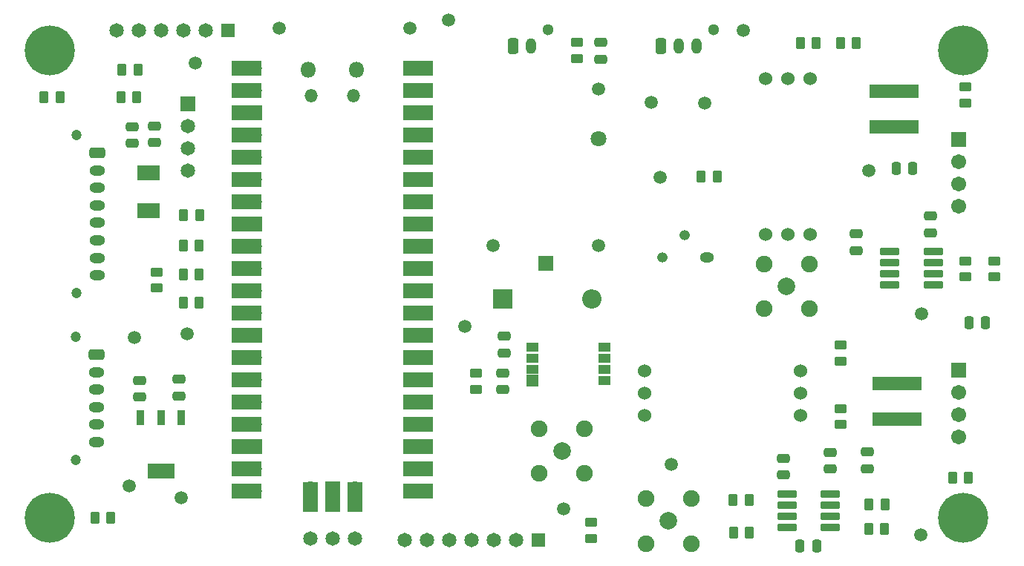
<source format=gbr>
%TF.GenerationSoftware,KiCad,Pcbnew,7.0.10*%
%TF.CreationDate,2024-03-29T22:24:31-04:00*%
%TF.ProjectId,WaveWise_Submersible,57617665-5769-4736-955f-5375626d6572,rev?*%
%TF.SameCoordinates,Original*%
%TF.FileFunction,Soldermask,Top*%
%TF.FilePolarity,Negative*%
%FSLAX46Y46*%
G04 Gerber Fmt 4.6, Leading zero omitted, Abs format (unit mm)*
G04 Created by KiCad (PCBNEW 7.0.10) date 2024-03-29 22:24:31*
%MOMM*%
%LPD*%
G01*
G04 APERTURE LIST*
G04 Aperture macros list*
%AMRoundRect*
0 Rectangle with rounded corners*
0 $1 Rounding radius*
0 $2 $3 $4 $5 $6 $7 $8 $9 X,Y pos of 4 corners*
0 Add a 4 corners polygon primitive as box body*
4,1,4,$2,$3,$4,$5,$6,$7,$8,$9,$2,$3,0*
0 Add four circle primitives for the rounded corners*
1,1,$1+$1,$2,$3*
1,1,$1+$1,$4,$5*
1,1,$1+$1,$6,$7*
1,1,$1+$1,$8,$9*
0 Add four rect primitives between the rounded corners*
20,1,$1+$1,$2,$3,$4,$5,0*
20,1,$1+$1,$4,$5,$6,$7,0*
20,1,$1+$1,$6,$7,$8,$9,0*
20,1,$1+$1,$8,$9,$2,$3,0*%
G04 Aperture macros list end*
%ADD10RoundRect,0.250000X-0.262500X-0.450000X0.262500X-0.450000X0.262500X0.450000X-0.262500X0.450000X0*%
%ADD11C,1.500000*%
%ADD12RoundRect,0.250000X-0.450000X0.262500X-0.450000X-0.262500X0.450000X-0.262500X0.450000X0.262500X0*%
%ADD13RoundRect,0.250000X0.262500X0.450000X-0.262500X0.450000X-0.262500X-0.450000X0.262500X-0.450000X0*%
%ADD14R,5.600000X1.550000*%
%ADD15R,1.651000X1.651000*%
%ADD16C,1.651000*%
%ADD17RoundRect,0.250000X0.250000X0.475000X-0.250000X0.475000X-0.250000X-0.475000X0.250000X-0.475000X0*%
%ADD18RoundRect,0.250000X0.475000X-0.250000X0.475000X0.250000X-0.475000X0.250000X-0.475000X-0.250000X0*%
%ADD19RoundRect,0.250000X-0.475000X0.250000X-0.475000X-0.250000X0.475000X-0.250000X0.475000X0.250000X0*%
%ADD20RoundRect,0.019360X0.222640X-0.817640X0.222640X0.817640X-0.222640X0.817640X-0.222640X-0.817640X0*%
%ADD21C,1.200000*%
%ADD22RoundRect,0.250000X-0.650000X0.350000X-0.650000X-0.350000X0.650000X-0.350000X0.650000X0.350000X0*%
%ADD23O,1.800000X1.200000*%
%ADD24O,1.600000X1.200000*%
%ADD25O,1.200000X1.200000*%
%ADD26C,2.006600*%
%ADD27C,1.905000*%
%ADD28R,0.850800X1.761200*%
%ADD29R,3.150799X1.761200*%
%ADD30R,1.803400X1.803400*%
%ADD31C,1.498600*%
%ADD32C,1.803400*%
%ADD33RoundRect,0.250000X0.450000X-0.262500X0.450000X0.262500X-0.450000X0.262500X-0.450000X-0.262500X0*%
%ADD34C,1.300000*%
%ADD35RoundRect,0.250000X-0.350000X-0.650000X0.350000X-0.650000X0.350000X0.650000X-0.350000X0.650000X0*%
%ADD36O,1.200000X1.800000*%
%ADD37C,1.524000*%
%ADD38O,1.800000X1.800000*%
%ADD39O,1.500000X1.500000*%
%ADD40O,1.700000X1.700000*%
%ADD41R,3.500000X1.700000*%
%ADD42R,1.700000X1.700000*%
%ADD43R,1.700000X3.500000*%
%ADD44RoundRect,0.102000X-0.754000X0.754000X-0.754000X-0.754000X0.754000X-0.754000X0.754000X0.754000X0*%
%ADD45C,1.712000*%
%ADD46R,1.650000X1.650000*%
%ADD47C,1.650000*%
%ADD48C,5.700000*%
%ADD49R,2.200000X2.200000*%
%ADD50O,2.200000X2.200000*%
%ADD51RoundRect,0.056280X-1.030720X-0.345720X1.030720X-0.345720X1.030720X0.345720X-1.030720X0.345720X0*%
%ADD52RoundRect,0.102000X0.600000X0.400000X-0.600000X0.400000X-0.600000X-0.400000X0.600000X-0.400000X0*%
%ADD53RoundRect,0.102000X-0.600000X-0.400000X0.600000X-0.400000X0.600000X0.400000X-0.600000X0.400000X0*%
%ADD54RoundRect,0.102000X-0.600000X-0.600000X0.600000X-0.600000X0.600000X0.600000X-0.600000X0.600000X0*%
G04 APERTURE END LIST*
D10*
%TO.C,R23*%
X57710700Y-49326800D03*
X59535700Y-49326800D03*
%TD*%
D11*
%TO.C,3V3*%
X51511200Y-80162400D03*
%TD*%
D10*
%TO.C,R11*%
X145391500Y-79248000D03*
X147216500Y-79248000D03*
%TD*%
D12*
%TO.C,R27*%
X132588000Y-71350500D03*
X132588000Y-73175500D03*
%TD*%
D13*
%TO.C,R15*%
X49426500Y-83820000D03*
X47601500Y-83820000D03*
%TD*%
D14*
%TO.C,L1*%
X139039600Y-68536200D03*
X139039600Y-72586200D03*
%TD*%
D15*
%TO.C,J3*%
X58166000Y-36626800D03*
D16*
X58166000Y-39166800D03*
X58166000Y-41706800D03*
X58166000Y-44246800D03*
%TD*%
D11*
%TO.C,TEMP1*%
X101028500Y-82804000D03*
%TD*%
D17*
%TO.C,C14*%
X140853200Y-43992800D03*
X138953200Y-43992800D03*
%TD*%
D18*
%TO.C,C1*%
X142900400Y-51292800D03*
X142900400Y-49392800D03*
%TD*%
D11*
%TO.C,PRESSURE1*%
X121513600Y-28194000D03*
%TD*%
D12*
%TO.C,R6*%
X91084400Y-67349700D03*
X91084400Y-69174700D03*
%TD*%
D19*
%TO.C,C2*%
X94234000Y-63093600D03*
X94234000Y-64993600D03*
%TD*%
D13*
%TO.C,R21*%
X52372900Y-35814000D03*
X50547900Y-35814000D03*
%TD*%
D11*
%TO.C,GNDREF1*%
X117094000Y-36474400D03*
%TD*%
D12*
%TO.C,R13*%
X150114000Y-54522500D03*
X150114000Y-56347500D03*
%TD*%
D17*
%TO.C,C16*%
X149159000Y-61595000D03*
X147259000Y-61595000D03*
%TD*%
D19*
%TO.C,C3*%
X94132400Y-67325200D03*
X94132400Y-69225200D03*
%TD*%
D13*
%TO.C,R20*%
X52525300Y-32664400D03*
X50700300Y-32664400D03*
%TD*%
D18*
%TO.C,C11*%
X57226200Y-69936400D03*
X57226200Y-68036400D03*
%TD*%
%TO.C,C6*%
X54406800Y-41031200D03*
X54406800Y-39131200D03*
%TD*%
D20*
%TO.C,U1*%
X52695600Y-48784400D03*
X53195600Y-48784400D03*
X53695600Y-48784400D03*
X54195600Y-48784400D03*
X54695600Y-48784400D03*
X54695600Y-44484400D03*
X54195600Y-44484400D03*
X53695600Y-44484400D03*
X53195600Y-44484400D03*
X52695600Y-44484400D03*
%TD*%
D21*
%TO.C,J7*%
X45468600Y-40174400D03*
X45468600Y-58174400D03*
D22*
X47868600Y-42174400D03*
D23*
X47868600Y-44174400D03*
X47868600Y-46174400D03*
X47868600Y-48174400D03*
X47868600Y-50174400D03*
X47868600Y-52174400D03*
X47868600Y-54174400D03*
X47868600Y-56174400D03*
%TD*%
D11*
%TO.C,GND2*%
X141859000Y-60579000D03*
%TD*%
D16*
%TO.C,J10*%
X72136000Y-86233000D03*
X74676000Y-86233000D03*
X77216000Y-86233000D03*
%TD*%
D24*
%TO.C,Q2*%
X117348000Y-54102000D03*
D25*
X114808000Y-51562000D03*
X112268000Y-54102000D03*
%TD*%
D26*
%TO.C,J4*%
X126479300Y-57404000D03*
D27*
X123926600Y-59956700D03*
X129032000Y-59956700D03*
X129032000Y-54851300D03*
X123926600Y-54851300D03*
%TD*%
D28*
%TO.C,U10*%
X57418000Y-72440800D03*
X55118000Y-72440800D03*
X52818000Y-72440800D03*
D29*
X55118000Y-78490800D03*
%TD*%
D30*
%TO.C,K2*%
X99009200Y-54753050D03*
D31*
X105009199Y-52753049D03*
D32*
X105009199Y-40553851D03*
D31*
X93009201Y-52753049D03*
%TD*%
D11*
%TO.C,AIR_COMP1*%
X57404000Y-81584800D03*
%TD*%
D33*
%TO.C,R10*%
X146812000Y-36472500D03*
X146812000Y-34647500D03*
%TD*%
D26*
%TO.C,J1*%
X113017300Y-84201000D03*
D27*
X115570000Y-81648300D03*
X110464600Y-81648300D03*
X110464600Y-86753700D03*
X115570000Y-86753700D03*
%TD*%
D34*
%TO.C,J9*%
X118166400Y-28122800D03*
D35*
X112166400Y-30022800D03*
D36*
X114166400Y-30022800D03*
X116166400Y-30022800D03*
%TD*%
D18*
%TO.C,C9*%
X52679600Y-70026600D03*
X52679600Y-68126600D03*
%TD*%
D17*
%TO.C,C13*%
X129880400Y-87071200D03*
X127980400Y-87071200D03*
%TD*%
D37*
%TO.C,U4*%
X110236000Y-67056000D03*
X128016000Y-72136000D03*
X128016000Y-69596000D03*
X110236000Y-72136000D03*
X110236000Y-69596000D03*
X128016000Y-67056000D03*
%TD*%
D12*
%TO.C,R24*%
X132588000Y-64111500D03*
X132588000Y-65936500D03*
%TD*%
D38*
%TO.C,U9*%
X71951000Y-32651000D03*
D39*
X72251000Y-35681000D03*
X77101000Y-35681000D03*
D38*
X77401000Y-32651000D03*
D40*
X65786000Y-32521000D03*
D41*
X64886000Y-32521000D03*
D40*
X65786000Y-35061000D03*
D41*
X64886000Y-35061000D03*
D42*
X65786000Y-37601000D03*
D41*
X64886000Y-37601000D03*
D40*
X65786000Y-40141000D03*
D41*
X64886000Y-40141000D03*
D40*
X65786000Y-42681000D03*
D41*
X64886000Y-42681000D03*
D40*
X65786000Y-45221000D03*
D41*
X64886000Y-45221000D03*
D40*
X65786000Y-47761000D03*
D41*
X64886000Y-47761000D03*
D42*
X65786000Y-50301000D03*
D41*
X64886000Y-50301000D03*
D40*
X65786000Y-52841000D03*
D41*
X64886000Y-52841000D03*
D40*
X65786000Y-55381000D03*
D41*
X64886000Y-55381000D03*
D40*
X65786000Y-57921000D03*
D41*
X64886000Y-57921000D03*
D40*
X65786000Y-60461000D03*
D41*
X64886000Y-60461000D03*
D42*
X65786000Y-63001000D03*
D41*
X64886000Y-63001000D03*
D40*
X65786000Y-65541000D03*
D41*
X64886000Y-65541000D03*
D40*
X65786000Y-68081000D03*
D41*
X64886000Y-68081000D03*
D40*
X65786000Y-70621000D03*
D41*
X64886000Y-70621000D03*
D40*
X65786000Y-73161000D03*
D41*
X64886000Y-73161000D03*
D42*
X65786000Y-75701000D03*
D41*
X64886000Y-75701000D03*
D40*
X65786000Y-78241000D03*
D41*
X64886000Y-78241000D03*
D40*
X65786000Y-80781000D03*
D41*
X64886000Y-80781000D03*
D40*
X83566000Y-80781000D03*
D41*
X84466000Y-80781000D03*
D40*
X83566000Y-78241000D03*
D41*
X84466000Y-78241000D03*
D42*
X83566000Y-75701000D03*
D41*
X84466000Y-75701000D03*
D40*
X83566000Y-73161000D03*
D41*
X84466000Y-73161000D03*
D40*
X83566000Y-70621000D03*
D41*
X84466000Y-70621000D03*
D40*
X83566000Y-68081000D03*
D41*
X84466000Y-68081000D03*
D40*
X83566000Y-65541000D03*
D41*
X84466000Y-65541000D03*
D42*
X83566000Y-63001000D03*
D41*
X84466000Y-63001000D03*
D40*
X83566000Y-60461000D03*
D41*
X84466000Y-60461000D03*
D40*
X83566000Y-57921000D03*
D41*
X84466000Y-57921000D03*
D40*
X83566000Y-55381000D03*
D41*
X84466000Y-55381000D03*
D40*
X83566000Y-52841000D03*
D41*
X84466000Y-52841000D03*
D42*
X83566000Y-50301000D03*
D41*
X84466000Y-50301000D03*
D40*
X83566000Y-47761000D03*
D41*
X84466000Y-47761000D03*
D40*
X83566000Y-45221000D03*
D41*
X84466000Y-45221000D03*
D40*
X83566000Y-42681000D03*
D41*
X84466000Y-42681000D03*
D40*
X83566000Y-40141000D03*
D41*
X84466000Y-40141000D03*
D42*
X83566000Y-37601000D03*
D41*
X84466000Y-37601000D03*
D40*
X83566000Y-35061000D03*
D41*
X84466000Y-35061000D03*
D40*
X83566000Y-32521000D03*
D41*
X84466000Y-32521000D03*
D40*
X72136000Y-80551000D03*
D43*
X72136000Y-81451000D03*
D42*
X74676000Y-80551000D03*
D43*
X74676000Y-81451000D03*
D40*
X77216000Y-80551000D03*
D43*
X77216000Y-81451000D03*
%TD*%
D11*
%TO.C,VEE1*%
X135839200Y-44246800D03*
%TD*%
D33*
%TO.C,R19*%
X54610000Y-57605300D03*
X54610000Y-55780300D03*
%TD*%
D12*
%TO.C,R9*%
X102565200Y-29567500D03*
X102565200Y-31392500D03*
%TD*%
D44*
%TO.C,PS1*%
X146050000Y-67016000D03*
D45*
X146050000Y-69556000D03*
X146050000Y-72096000D03*
X146050000Y-74636000D03*
%TD*%
D46*
%TO.C,J13*%
X62738000Y-28194000D03*
D47*
X60198000Y-28194000D03*
X57658000Y-28194000D03*
X55118000Y-28194000D03*
X52578000Y-28194000D03*
X50038000Y-28194000D03*
%TD*%
D26*
%TO.C,J2*%
X100838000Y-76200000D03*
D27*
X103390700Y-78752700D03*
X103390700Y-73647300D03*
X98285300Y-73647300D03*
X98285300Y-78752700D03*
%TD*%
D33*
%TO.C,R14*%
X104140000Y-86193500D03*
X104140000Y-84368500D03*
%TD*%
D10*
%TO.C,R4*%
X120397900Y-85547200D03*
X122222900Y-85547200D03*
%TD*%
D11*
%TO.C,SDA1*%
X83515200Y-27940000D03*
%TD*%
%TO.C,SUB_TX1*%
X68580000Y-27940000D03*
%TD*%
D10*
%TO.C,R1*%
X57659900Y-59283600D03*
X59484900Y-59283600D03*
%TD*%
D48*
%TO.C,H1*%
X42418000Y-30480000D03*
%TD*%
D44*
%TO.C,PS2*%
X146050000Y-40640000D03*
D45*
X146050000Y-43180000D03*
X146050000Y-45720000D03*
X146050000Y-48260000D03*
%TD*%
D13*
%TO.C,R25*%
X134413000Y-29616400D03*
X132588000Y-29616400D03*
%TD*%
D18*
%TO.C,C10*%
X135636000Y-78216800D03*
X135636000Y-76316800D03*
%TD*%
D49*
%TO.C,D2*%
X94107000Y-58826400D03*
D50*
X104267000Y-58826400D03*
%TD*%
D13*
%TO.C,R8*%
X43648500Y-35814000D03*
X41823500Y-35814000D03*
%TD*%
D12*
%TO.C,R12*%
X146812000Y-54522500D03*
X146812000Y-56347500D03*
%TD*%
D11*
%TO.C,BATT_SENSE1*%
X58115200Y-62839600D03*
%TD*%
%TO.C,VALVE1*%
X112014000Y-44958000D03*
%TD*%
%TO.C,PANEL_SENSE1*%
X52070000Y-63296800D03*
%TD*%
D46*
%TO.C,J8*%
X98145600Y-86410800D03*
D47*
X95605600Y-86410800D03*
X93065600Y-86410800D03*
X90525600Y-86410800D03*
X87985600Y-86410800D03*
X85445600Y-86410800D03*
X82905600Y-86410800D03*
%TD*%
D10*
%TO.C,R3*%
X57659900Y-52730400D03*
X59484900Y-52730400D03*
%TD*%
D51*
%TO.C,U3*%
X126495000Y-81090000D03*
X126495000Y-82360000D03*
X126495000Y-83630000D03*
X126495000Y-84900000D03*
X131445000Y-84900000D03*
X131445000Y-83630000D03*
X131445000Y-82360000D03*
X131445000Y-81090000D03*
%TD*%
%TO.C,U5*%
X138241000Y-53467000D03*
X138241000Y-54737000D03*
X138241000Y-56007000D03*
X138241000Y-57277000D03*
X143191000Y-57277000D03*
X143191000Y-56007000D03*
X143191000Y-54737000D03*
X143191000Y-53467000D03*
%TD*%
D18*
%TO.C,C4*%
X131419600Y-78282800D03*
X131419600Y-76382800D03*
%TD*%
D11*
%TO.C,VDD1*%
X113284000Y-77724000D03*
%TD*%
D13*
%TO.C,R5*%
X137668000Y-82346800D03*
X135843000Y-82346800D03*
%TD*%
D14*
%TO.C,L2*%
X138684000Y-35153600D03*
X138684000Y-39203600D03*
%TD*%
D37*
%TO.C,U6*%
X124053600Y-51511200D03*
X129133600Y-33731200D03*
X126593600Y-33731200D03*
X129133600Y-51511200D03*
X126593600Y-51511200D03*
X124053600Y-33731200D03*
%TD*%
D21*
%TO.C,J11*%
X45417800Y-63205600D03*
X45417800Y-77205600D03*
D22*
X47817800Y-65205600D03*
D23*
X47817800Y-67205600D03*
X47817800Y-69205600D03*
X47817800Y-71205600D03*
X47817800Y-73205600D03*
X47817800Y-75205600D03*
%TD*%
D19*
%TO.C,C5*%
X51866800Y-39182000D03*
X51866800Y-41082000D03*
%TD*%
D13*
%TO.C,R7*%
X137666100Y-85090000D03*
X135841100Y-85090000D03*
%TD*%
D34*
%TO.C,J6*%
X99300800Y-28122800D03*
D35*
X95300800Y-30022800D03*
D36*
X97300800Y-30022800D03*
%TD*%
D48*
%TO.C,H2*%
X146558000Y-30480000D03*
%TD*%
D18*
%TO.C,C15*%
X134416800Y-53324800D03*
X134416800Y-51424800D03*
%TD*%
D11*
%TO.C,24V1*%
X105029000Y-34874200D03*
%TD*%
%TO.C,SUB_RX1*%
X59055000Y-31927800D03*
%TD*%
D52*
%TO.C,U2*%
X105700000Y-68199000D03*
X105700000Y-66929000D03*
X105700000Y-65659000D03*
X105700000Y-64389000D03*
D53*
X97500000Y-64389000D03*
X97500000Y-65659000D03*
X97500000Y-66929000D03*
D54*
X97500000Y-68199000D03*
%TD*%
D10*
%TO.C,R2*%
X120372500Y-81788000D03*
X122197500Y-81788000D03*
%TD*%
D48*
%TO.C,H3*%
X42418000Y-83820000D03*
%TD*%
D11*
%TO.C,SCL1*%
X87884000Y-27025600D03*
%TD*%
D10*
%TO.C,R22*%
X57659900Y-56032400D03*
X59484900Y-56032400D03*
%TD*%
D11*
%TO.C,AIR_IN1*%
X89814400Y-61976000D03*
%TD*%
D13*
%TO.C,R26*%
X129842900Y-29616400D03*
X128017900Y-29616400D03*
%TD*%
D11*
%TO.C,GND1*%
X141782800Y-85801200D03*
%TD*%
%TO.C,5V1*%
X110998000Y-36423600D03*
%TD*%
D10*
%TO.C,R17*%
X116716800Y-44907200D03*
X118541800Y-44907200D03*
%TD*%
D48*
%TO.C,H4*%
X146558000Y-83820000D03*
%TD*%
D18*
%TO.C,C12*%
X126136400Y-78928000D03*
X126136400Y-77028000D03*
%TD*%
D19*
%TO.C,C17*%
X105308400Y-29565600D03*
X105308400Y-31465600D03*
%TD*%
M02*

</source>
